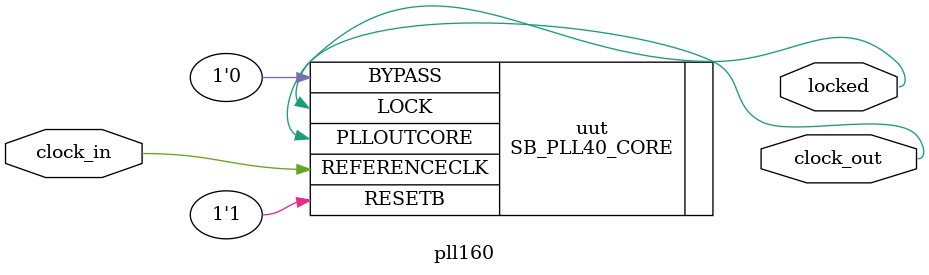
<source format=v>
/**
 * PLL configuration
 *
 * This Verilog module was generated automatically
 * using the icepll tool from the IceStorm project.
 * Use at your own risk.
 *
 * Given input frequency:       100.000 MHz
 * Requested output frequency:  160.000 MHz
 * Achieved output frequency:   160.000 MHz
 */

module pll160 (
	input  clock_in,
	output clock_out,
	output locked
	);

SB_PLL40_CORE #(
		.FEEDBACK_PATH("SIMPLE"),
		.DIVR(4'b0100),		// DIVR =  4
		.DIVF(7'b0011111),	// DIVF = 31
		.DIVQ(3'b010),		// DIVQ =  2
		.FILTER_RANGE(3'b010)	// FILTER_RANGE = 2
	) uut (
		.LOCK(locked),
		.RESETB(1'b1),
		.BYPASS(1'b0),
		.REFERENCECLK(clock_in),
		.PLLOUTCORE(clock_out)
		);

endmodule

</source>
